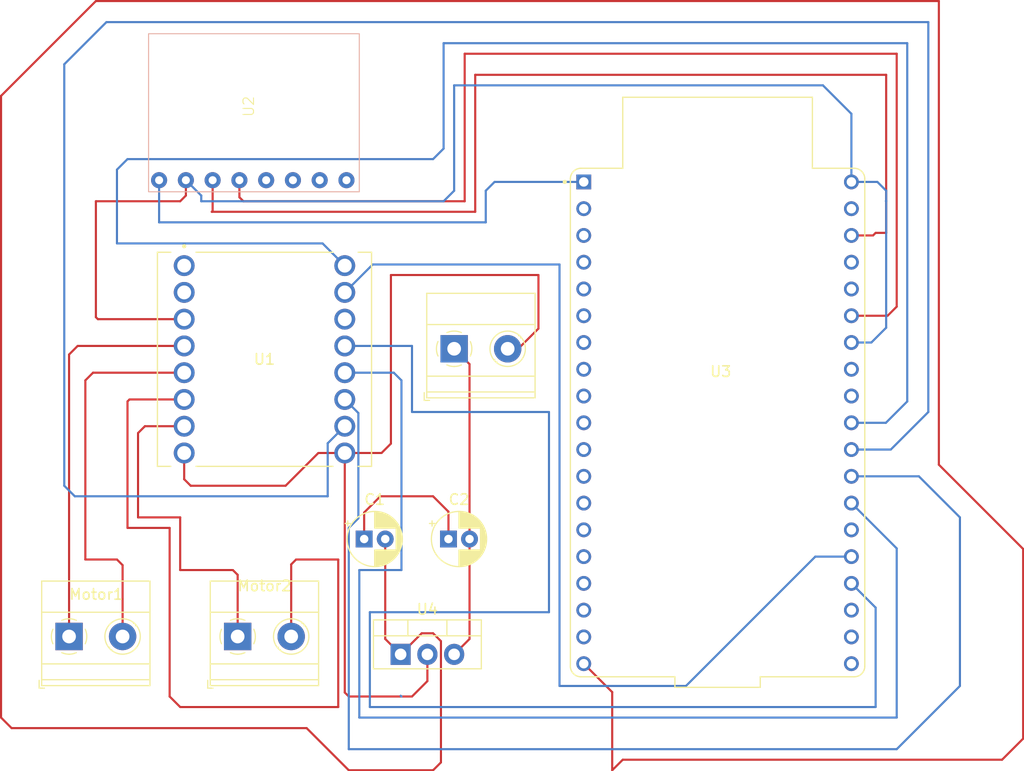
<source format=kicad_pcb>
(kicad_pcb (version 20240108) (generator "pcbnew") (generator_version "8.0")
  (layers (0 "F.Cu" signal) (31 "B.Cu" signal) (34 "B.Paste" user) (35 "F.Paste" user) (36 "B.SilkS" user "B.Silkscreen") (37 "F.SilkS" user "F.Silkscreen") (38 "B.Mask" user) (39 "F.Mask" user) (44 "Edge.Cuts" user))
  (net 0 "")
  (net 1 "Net-(U3-EXT_5V)")
  (net 2 "Net-(C1-Pad1)")
  (net 3 "Net-(U1-VM)")
  (net 4 "Net-(Motor1-Pin_1)")
  (net 5 "Net-(Motor2-Pin_1)")
  (net 6 "Net-(U2-SCL)")
  (net 7 "Net-(U2-VCC)")
  (net 9 "Net-(U2-SDA)")
  (net 11 "GND")
  (net 14 "PWMB")
  (net 15 "Net-(Motor2-Pin_2)")
  (net 16 "STBY")
  (net 18 "BI1")
  (net 19 "PWMA")
  (net 20 "Net-(Motor1-Pin_2)")
  (net 21 "AI2")
  (net 22 "AI1")
  (net 23 "BI2")
  (footprint "Package_TO_SOT_THT:TO-220-3_Vertical" (layer "F.Cu") (at 122.92 95)
    (property "Reference" "U4" (at 2.54 -4.27 0) (layer "F.SilkS"))
    (property "Value" "LM7805_TO220")
    (pad "1" thru_hole rect (at 0 0) (size 1.905 2) (drill 1.1) (layers "*.Cu" "*.Mask") (net 1 "Net-(U3-EXT_5V)"))
    (pad "2" thru_hole oval (at 2.54 0) (size 1.905 2) (drill 1.1) (layers "*.Cu" "*.Mask") (net 11 "GND"))
    (pad "3" thru_hole oval (at 5.08 0) (size 1.905 2) (drill 1.1) (layers "*.Cu" "*.Mask") (net 3 "Net-(U1-VM)"))
  )
  (footprint "libreriaA:MPU-6050" (layer "F.Cu") (at 109 43 90)
    (property "Reference" "U2" (at 0 -0.5 90) (layer "F.SilkS") (effects (font (thickness 0.1))))
    (property "Value" "~")
    (pad "1" thru_hole circle (at -7 -9 90) (size 1.524 1.524) (drill 0.762) (layers "*.Cu" "*.Mask") (net 7 "Net-(U2-VCC)"))
    (pad "2" thru_hole circle (at -7 -6.46 90) (size 1.524 1.524) (drill 0.762) (layers "*.Cu" "*.Mask") (net 11 "GND"))
    (pad "3" thru_hole circle (at -7 -3.92 90) (size 1.524 1.524) (drill 0.762) (layers "*.Cu" "*.Mask") (net 6 "Net-(U2-SCL)"))
    (pad "4" thru_hole circle (at -7 -1.38 90) (size 1.524 1.524) (drill 0.762) (layers "*.Cu" "*.Mask") (net 9 "Net-(U2-SDA)"))
    (pad "5" thru_hole circle (at -7 1.16 90) (size 1.524 1.524) (drill 0.762) (layers "*.Cu" "*.Mask"))
    (pad "6" thru_hole circle (at -7 3.7 90) (size 1.524 1.524) (drill 0.762) (layers "*.Cu" "*.Mask"))
    (pad "7" thru_hole circle (at -7 6.24 90) (size 1.524 1.524) (drill 0.762) (layers "*.Cu" "*.Mask"))
    (pad "8" thru_hole circle (at -7 8.78 90) (size 1.524 1.524) (drill 0.762) (layers "*.Cu" "*.Mask"))
  )
  (footprint "TerminalBlock_Phoenix:TerminalBlock_Phoenix_MKDS-1,5-2-5.08_1x02_P5.08mm_Horizontal" (layer "F.Cu") (at 128 66)
    (property "Reference" "pila1" (hide yes))
    (property "Value" "~")
    (pad "1" thru_hole rect (at 0 0) (size 2.6 2.6) (drill 1.3) (layers "*.Cu" "*.Mask") (net 3 "Net-(U1-VM)"))
    (pad "2" thru_hole circle (at 5.08 0) (size 2.6 2.6) (drill 1.3) (layers "*.Cu" "*.Mask") (net 11 "GND"))
  )
  (footprint "TerminalBlock_Phoenix:TerminalBlock_Phoenix_MKDS-1,5-2-5.08_1x02_P5.08mm_Horizontal" (layer "F.Cu") (at 91.455 93.305)
    (property "Reference" "Motor1" (at 2.58 -4 0) (layer "F.SilkS"))
    (property "Value" "~")
    (pad "1" thru_hole rect (at 0 0) (size 2.6 2.6) (drill 1.3) (layers "*.Cu" "*.Mask") (net 4 "Net-(Motor1-Pin_1)"))
    (pad "2" thru_hole circle (at 5.08 0) (size 2.6 2.6) (drill 1.3) (layers "*.Cu" "*.Mask") (net 20 "Net-(Motor1-Pin_2)"))
  )
  (footprint "libreriaA:MODULE_ROB-14450" (layer "F.Cu") (at 110 67)
    (property "Reference" "U1" (at 0 0 0) (layer "F.SilkS"))
    (property "Value" "ROB-14450")
    (pad "1" thru_hole circle (at -7.62 -8.89) (size 1.98 1.98) (drill 1.32) (layers "*.Cu" "*.Mask") (net 3 "Net-(U1-VM)"))
    (pad "2" thru_hole circle (at -7.62 -6.35) (size 1.98 1.98) (drill 1.32) (layers "*.Cu" "*.Mask"))
    (pad "3" thru_hole circle (at -7.62 -3.81) (size 1.98 1.98) (drill 1.32) (layers "*.Cu" "*.Mask") (net 11 "GND"))
    (pad "4" thru_hole circle (at -7.62 -1.27) (size 1.98 1.98) (drill 1.32) (layers "*.Cu" "*.Mask") (net 4 "Net-(Motor1-Pin_1)"))
    (pad "5" thru_hole circle (at -7.62 1.27) (size 1.98 1.98) (drill 1.32) (layers "*.Cu" "*.Mask") (net 20 "Net-(Motor1-Pin_2)"))
    (pad "6" thru_hole circle (at -7.62 3.81) (size 1.98 1.98) (drill 1.32) (layers "*.Cu" "*.Mask") (net 15 "Net-(Motor2-Pin_2)"))
    (pad "7" thru_hole circle (at -7.62 6.35) (size 1.98 1.98) (drill 1.32) (layers "*.Cu" "*.Mask") (net 5 "Net-(Motor2-Pin_1)"))
    (pad "8" thru_hole circle (at -7.62 8.89) (size 1.98 1.98) (drill 1.32) (layers "*.Cu" "*.Mask") (net 11 "GND"))
    (pad "9" thru_hole circle (at 7.62 8.89) (size 1.98 1.98) (drill 1.32) (layers "*.Cu" "*.Mask") (net 11 "GND"))
    (pad "10" thru_hole circle (at 7.62 6.35) (size 1.98 1.98) (drill 1.32) (layers "*.Cu" "*.Mask") (net 14 "PWMB"))
    (pad "11" thru_hole circle (at 7.62 3.81) (size 1.98 1.98) (drill 1.32) (layers "*.Cu" "*.Mask") (net 23 "BI2"))
    (pad "12" thru_hole circle (at 7.62 1.27) (size 1.98 1.98) (drill 1.32) (layers "*.Cu" "*.Mask") (net 18 "BI1"))
    (pad "13" thru_hole circle (at 7.62 -1.27) (size 1.98 1.98) (drill 1.32) (layers "*.Cu" "*.Mask") (net 16 "STBY"))
    (pad "14" thru_hole circle (at 7.62 -3.81) (size 1.98 1.98) (drill 1.32) (layers "*.Cu" "*.Mask") (net 22 "AI1"))
    (pad "15" thru_hole circle (at 7.62 -6.35) (size 1.98 1.98) (drill 1.32) (layers "*.Cu" "*.Mask") (net 21 "AI2"))
    (pad "16" thru_hole circle (at 7.62 -8.89) (size 1.98 1.98) (drill 1.32) (layers "*.Cu" "*.Mask") (net 19 "PWMA"))
  )
  (footprint "libreriaA:MODULE_ESP32-DEVKITC-32E" (layer "F.Cu") (at 153 73)
    (property "Reference" "U3" (at 0.3 -4.835 0) (layer "F.SilkS"))
    (property "Value" "ESP32-DEVKITC-32E")
    (pad "J2_1" thru_hole rect (at -12.7 -22.835) (size 1.408 1.408) (drill 0.9) (layers "*.Cu" "*.Mask") (net 7 "Net-(U2-VCC)"))
    (pad "J2_2" thru_hole circle (at -12.7 -20.295) (size 1.408 1.408) (drill 0.9) (layers "*.Cu" "*.Mask"))
    (pad "J2_3" thru_hole circle (at -12.7 -17.755) (size 1.408 1.408) (drill 0.9) (layers "*.Cu" "*.Mask"))
    (pad "J2_4" thru_hole circle (at -12.7 -15.215) (size 1.408 1.408) (drill 0.9) (layers "*.Cu" "*.Mask"))
    (pad "J2_5" thru_hole circle (at -12.7 -12.675) (size 1.408 1.408) (drill 0.9) (layers "*.Cu" "*.Mask"))
    (pad "J2_6" thru_hole circle (at -12.7 -10.135) (size 1.408 1.408) (drill 0.9) (layers "*.Cu" "*.Mask"))
    (pad "J2_7" thru_hole circle (at -12.7 -7.595) (size 1.408 1.408) (drill 0.9) (layers "*.Cu" "*.Mask"))
    (pad "J2_8" thru_hole circle (at -12.7 -5.055) (size 1.408 1.408) (drill 0.9) (layers "*.Cu" "*.Mask"))
    (pad "J2_9" thru_hole circle (at -12.7 -2.515) (size 1.408 1.408) (drill 0.9) (layers "*.Cu" "*.Mask"))
    (pad "J2_10" thru_hole circle (at -12.7 0.025) (size 1.408 1.408) (drill 0.9) (layers "*.Cu" "*.Mask"))
    (pad "J2_11" thru_hole circle (at -12.7 2.565) (size 1.408 1.408) (drill 0.9) (layers "*.Cu" "*.Mask"))
    (pad "J2_12" thru_hole circle (at -12.7 5.105) (size 1.408 1.408) (drill 0.9) (layers "*.Cu" "*.Mask"))
    (pad "J2_13" thru_hole circle (at -12.7 7.645) (size 1.408 1.408) (drill 0.9) (layers "*.Cu" "*.Mask"))
    (pad "J2_14" thru_hole circle (at -12.7 10.185) (size 1.408 1.408) (drill 0.9) (layers "*.Cu" "*.Mask"))
    (pad "J2_15" thru_hole circle (at -12.7 12.725) (size 1.408 1.408) (drill 0.9) (layers "*.Cu" "*.Mask"))
    (pad "J2_16" thru_hole circle (at -12.7 15.265) (size 1.408 1.408) (drill 0.9) (layers "*.Cu" "*.Mask"))
    (pad "J2_17" thru_hole circle (at -12.7 17.805) (size 1.408 1.408) (drill 0.9) (layers "*.Cu" "*.Mask"))
    (pad "J2_18" thru_hole circle (at -12.7 20.345) (size 1.408 1.408) (drill 0.9) (layers "*.Cu" "*.Mask"))
    (pad "J2_19" thru_hole circle (at -12.7 22.885) (size 1.408 1.408) (drill 0.9) (layers "*.Cu" "*.Mask") (net 1 "Net-(U3-EXT_5V)"))
    (pad "J3_1" thru_hole circle (at 12.7 -22.835) (size 1.408 1.408) (drill 0.9) (layers "*.Cu" "*.Mask") (net 11 "GND"))
    (pad "J3_2" thru_hole circle (at 12.7 -20.295) (size 1.408 1.408) (drill 0.9) (layers "*.Cu" "*.Mask"))
    (pad "J3_3" thru_hole circle (at 12.7 -17.755) (size 1.408 1.408) (drill 0.9) (layers "*.Cu" "*.Mask") (net 6 "Net-(U2-SCL)"))
    (pad "J3_4" thru_hole circle (at 12.7 -15.215) (size 1.408 1.408) (drill 0.9) (layers "*.Cu" "*.Mask"))
    (pad "J3_5" thru_hole circle (at 12.7 -12.675) (size 1.408 1.408) (drill 0.9) (layers "*.Cu" "*.Mask"))
    (pad "J3_6" thru_hole circle (at 12.7 -10.135) (size 1.408 1.408) (drill 0.9) (layers "*.Cu" "*.Mask") (net 9 "Net-(U2-SDA)"))
    (pad "J3_7" thru_hole circle (at 12.7 -7.595) (size 1.408 1.408) (drill 0.9) (layers "*.Cu" "*.Mask") (net 11 "GND"))
    (pad "J3_8" thru_hole circle (at 12.7 -5.055) (size 1.408 1.408) (drill 0.9) (layers "*.Cu" "*.Mask"))
    (pad "J3_9" thru_hole circle (at 12.7 -2.515) (size 1.408 1.408) (drill 0.9) (layers "*.Cu" "*.Mask"))
    (pad "J3_10" thru_hole circle (at 12.7 0.025) (size 1.408 1.408) (drill 0.9) (layers "*.Cu" "*.Mask") (net 19 "PWMA"))
    (pad "J3_11" thru_hole circle (at 12.7 2.565) (size 1.408 1.408) (drill 0.9) (layers "*.Cu" "*.Mask") (net 14 "PWMB"))
    (pad "J3_12" thru_hole circle (at 12.7 5.105) (size 1.408 1.408) (drill 0.9) (layers "*.Cu" "*.Mask") (net 23 "BI2"))
    (pad "J3_13" thru_hole circle (at 12.7 7.645) (size 1.408 1.408) (drill 0.9) (layers "*.Cu" "*.Mask") (net 18 "BI1"))
    (pad "J3_14" thru_hole circle (at 12.7 10.185) (size 1.408 1.408) (drill 0.9) (layers "*.Cu" "*.Mask") (net 22 "AI1"))
    (pad "J3_15" thru_hole circle (at 12.7 12.725) (size 1.408 1.408) (drill 0.9) (layers "*.Cu" "*.Mask") (net 21 "AI2"))
    (pad "J3_16" thru_hole circle (at 12.7 15.265) (size 1.408 1.408) (drill 0.9) (layers "*.Cu" "*.Mask") (net 16 "STBY"))
    (pad "J3_17" thru_hole circle (at 12.7 17.805) (size 1.408 1.408) (drill 0.9) (layers "*.Cu" "*.Mask"))
    (pad "J3_18" thru_hole circle (at 12.7 20.345) (size 1.408 1.408) (drill 0.9) (layers "*.Cu" "*.Mask"))
    (pad "J3_19" thru_hole circle (at 12.7 22.885) (size 1.408 1.408) (drill 0.9) (layers "*.Cu" "*.Mask"))
  )
  (footprint "TerminalBlock_Phoenix:TerminalBlock_Phoenix_MKDS-1,5-2-5.08_1x02_P5.08mm_Horizontal" (layer "F.Cu") (at 107.455 93.305)
    (property "Reference" "Motor2" (at 2.545 -4.805 0) (layer "F.SilkS"))
    (property "Value" "~")
    (pad "1" thru_hole rect (at 0 0) (size 2.6 2.6) (drill 1.3) (layers "*.Cu" "*.Mask") (net 5 "Net-(Motor2-Pin_1)"))
    (pad "2" thru_hole circle (at 5.08 0) (size 2.6 2.6) (drill 1.3) (layers "*.Cu" "*.Mask") (net 15 "Net-(Motor2-Pin_2)"))
  )
  (footprint "Capacitor_THT:CP_Radial_D5.0mm_P2.00mm" (layer "F.Cu") (at 119.46 84.055)
    (property "Reference" "C1" (at 1 -3.75 0) (layer "F.SilkS"))
    (property "Value" "0.22 uf")
    (pad "1" thru_hole rect (at 0 0) (size 1.6 1.6) (drill 0.8) (layers "*.Cu" "*.Mask") (net 2 "Net-(C1-Pad1)"))
    (pad "2" thru_hole circle (at 2 0) (size 1.6 1.6) (drill 0.8) (layers "*.Cu" "*.Mask") (net 1 "Net-(U3-EXT_5V)"))
  )
  (footprint "Capacitor_THT:CP_Radial_D5.0mm_P2.00mm" (layer "F.Cu") (at 127.46 84.055)
    (property "Reference" "C2" (at 1 -3.75 0) (layer "F.SilkS"))
    (property "Value" "0.1 uf")
    (pad "1" thru_hole rect (at 0 0) (size 1.6 1.6) (drill 0.8) (layers "*.Cu" "*.Mask") (net 2 "Net-(C1-Pad1)"))
    (pad "2" thru_hole circle (at 2 0) (size 1.6 1.6) (drill 0.8) (layers "*.Cu" "*.Mask") (net 3 "Net-(U1-VM)"))
  )
  (segment (start 118 106) (end 114 102) (width 0.2) (layer "F.Cu") (net 1))
  (segment (start 121.46 84.055) (end 121.46 93.54) (width 0.2) (layer "F.Cu") (net 1))
  (segment (start 180 105) (end 144 105) (width 0.2) (layer "F.Cu") (net 1))
  (segment (start 121.46 93.54) (end 122.92 95) (width 0.2) (layer "F.Cu") (net 1))
  (segment (start 143 98.585) (end 140.3 95.885) (width 0.2) (layer "F.Cu") (net 1))
  (segment (start 122.92 95) (end 124.92 93) (width 0.2) (layer "F.Cu") (net 1))
  (segment (start 124.92 93) (end 126 93) (width 0.2) (layer "F.Cu") (net 1))
  (segment (start 86 102) (end 85 101) (width 0.2) (layer "F.Cu") (net 1))
  (segment (start 85 42) (end 94 33) (width 0.2) (layer "F.Cu") (net 1))
  (segment (start 182 103) (end 180 105) (width 0.2) (layer "F.Cu") (net 1))
  (segment (start 174 33) (end 174 77) (width 0.2) (layer "F.Cu") (net 1))
  (segment (start 174 77) (end 182 85) (width 0.2) (layer "F.Cu") (net 1))
  (segment (start 126 93) (end 126.7475 93.7475) (width 0.2) (layer "F.Cu") (net 1))
  (segment (start 182 85) (end 182 103) (width 0.2) (layer "F.Cu") (net 1))
  (segment (start 143 106) (end 143 98.585) (width 0.2) (layer "F.Cu") (net 1))
  (segment (start 114 102) (end 86 102) (width 0.2) (layer "F.Cu") (net 1))
  (segment (start 144 105) (end 143 106) (width 0.2) (layer "F.Cu") (net 1))
  (segment (start 126.7475 93.7475) (end 126.7475 105.2525) (width 0.2) (layer "F.Cu") (net 1))
  (segment (start 126 106) (end 118 106) (width 0.2) (layer "F.Cu") (net 1))
  (segment (start 94 33) (end 174 33) (width 0.2) (layer "F.Cu") (net 1))
  (segment (start 85 101) (end 85 42) (width 0.2) (layer "F.Cu") (net 1))
  (segment (start 126.7475 105.2525) (end 126 106) (width 0.2) (layer "F.Cu") (net 1))
  (segment (start 122.92 98.92) (end 123 99) (width 0.2) (layer "B.Cu") (net 1))
  (segment (start 123 95) (end 122.92 95) (width 0.2) (layer "B.Cu") (net 1))
  (segment (start 121 80) (end 126 80) (width 0.2) (layer "F.Cu") (net 2))
  (segment (start 126 80) (end 127.46 81.46) (width 0.2) (layer "F.Cu") (net 2))
  (segment (start 127.46 81.46) (end 127.46 84.055) (width 0.2) (layer "F.Cu") (net 2))
  (segment (start 119.46 84.055) (end 119.46 81.54) (width 0.2) (layer "F.Cu") (net 2))
  (segment (start 119.46 81.54) (end 121 80) (width 0.2) (layer "F.Cu") (net 2))
  (segment (start 129.46 67.46) (end 129.46 84.055) (width 0.2) (layer "F.Cu") (net 3))
  (segment (start 129.46 93.54) (end 128 95) (width 0.2) (layer "F.Cu") (net 3))
  (segment (start 129 67) (end 129.46 67.46) (width 0.2) (layer "F.Cu") (net 3))
  (segment (start 129.46 84.055) (end 129.46 93.54) (width 0.2) (layer "F.Cu") (net 3))
  (segment (start 129 66) (end 129 67) (width 0.2) (layer "F.Cu") (net 3))
  (segment (start 92.27 65.73) (end 102.38 65.73) (width 0.2) (layer "F.Cu") (net 4))
  (segment (start 91.455 66.545) (end 92.27 65.73) (width 0.2) (layer "F.Cu") (net 4))
  (segment (start 91.455 93.305) (end 91.455 66.545) (width 0.2) (layer "F.Cu") (net 4))
  (segment (start 102 87) (end 102 82) (width 0.2) (layer "F.Cu") (net 5))
  (segment (start 98 82) (end 98 74) (width 0.2) (layer "F.Cu") (net 5))
  (segment (start 107.455 87.455) (end 107 87) (width 0.2) (layer "F.Cu") (net 5))
  (segment (start 98 74) (end 98.65 73.35) (width 0.2) (layer "F.Cu") (net 5))
  (segment (start 98.65 73.35) (end 102.38 73.35) (width 0.2) (layer "F.Cu") (net 5))
  (segment (start 102 82) (end 98 82) (width 0.2) (layer "F.Cu") (net 5))
  (segment (start 107 87) (end 102 87) (width 0.2) (layer "F.Cu") (net 5))
  (segment (start 107.455 93.305) (end 107.455 87.455) (width 0.2) (layer "F.Cu") (net 5))
  (segment (start 130 40) (end 169 40) (width 0.2) (layer "F.Cu") (net 6))
  (segment (start 168 55) (end 167.755 55.245) (width 0.2) (layer "F.Cu") (net 6))
  (segment (start 169 55) (end 168 55) (width 0.2) (layer "F.Cu") (net 6))
  (segment (start 105.08 50) (end 105.08 52.92) (width 0.2) (layer "F.Cu") (net 6))
  (segment (start 169 40) (end 169 55) (width 0.2) (layer "F.Cu") (net 6))
  (segment (start 130 53) (end 130 40) (width 0.2) (layer "F.Cu") (net 6))
  (segment (start 105.08 52.92) (end 105 53) (width 0.2) (layer "F.Cu") (net 6))
  (segment (start 105 53) (end 130 53) (width 0.2) (layer "F.Cu") (net 6))
  (segment (start 167.755 55.245) (end 165.7 55.245) (width 0.2) (layer "F.Cu") (net 6))
  (segment (start 100 50) (end 100 54) (width 0.2) (layer "B.Cu") (net 7))
  (segment (start 131 51) (end 131.835 50.165) (width 0.2) (layer "B.Cu") (net 7))
  (segment (start 100 54) (end 131 54) (width 0.2) (layer "B.Cu") (net 7))
  (segment (start 131.835 50.165) (end 140.3 50.165) (width 0.2) (layer "B.Cu") (net 7))
  (segment (start 131 54) (end 131 51) (width 0.2) (layer "B.Cu") (net 7))
  (segment (start 107.62 50) (end 107.62 51.62) (width 0.2) (layer "F.Cu") (net 9))
  (segment (start 170 38) (end 170 62) (width 0.2) (layer "F.Cu") (net 9))
  (segment (start 170 62) (end 169.135 62.865) (width 0.2) (layer "F.Cu") (net 9))
  (segment (start 107.62 51.62) (end 108 52) (width 0.2) (layer "F.Cu") (net 9))
  (segment (start 129 52) (end 129 38) (width 0.2) (layer "F.Cu") (net 9))
  (segment (start 169.135 62.865) (end 165.7 62.865) (width 0.2) (layer "F.Cu") (net 9))
  (segment (start 108 52) (end 129 52) (width 0.2) (layer "F.Cu") (net 9))
  (segment (start 129 38) (end 170 38) (width 0.2) (layer "F.Cu") (net 9))
  (segment (start 125.46 95) (end 125.46 97.54) (width 0.2) (layer "F.Cu") (net 11))
  (segment (start 121.11 75.89) (end 117.62 75.89) (width 0.2) (layer "F.Cu") (net 11))
  (segment (start 122 59) (end 122 75) (width 0.2) (layer "F.Cu") (net 11))
  (segment (start 103 79) (end 112 79) (width 0.2) (layer "F.Cu") (net 11))
  (segment (start 102.54 50) (end 102.54 51.46) (width 0.2) (layer "F.Cu") (net 11))
  (segment (start 102.38 78.38) (end 103 79) (width 0.2) (layer "F.Cu") (net 11))
  (segment (start 94 63) (end 94.19 63.19) (width 0.2) (layer "F.Cu") (net 11))
  (segment (start 124 99) (end 118 99) (width 0.2) (layer "F.Cu") (net 11))
  (segment (start 102 52) (end 94 52) (width 0.2) (layer "F.Cu") (net 11))
  (segment (start 102.54 51.46) (end 102 52) (width 0.2) (layer "F.Cu") (net 11))
  (segment (start 112 79) (end 115.11 75.89) (width 0.2) (layer "F.Cu") (net 11))
  (segment (start 125.46 97.54) (end 124 99) (width 0.2) (layer "F.Cu") (net 11))
  (segment (start 134.08 66) (end 136 64.08) (width 0.2) (layer "F.Cu") (net 11))
  (segment (start 117.62 98.62) (end 117.62 75.89) (width 0.2) (layer "F.Cu") (net 11))
  (segment (start 118 99) (end 117.62 98.62) (width 0.2) (layer "F.Cu") (net 11))
  (segment (start 136 59) (end 122 59) (width 0.2) (layer "F.Cu") (net 11))
  (segment (start 94.19 63.19) (end 102.38 63.19) (width 0.2) (layer "F.Cu") (net 11))
  (segment (start 102.38 75.89) (end 102.38 78.38) (width 0.2) (layer "F.Cu") (net 11))
  (segment (start 115.11 75.89) (end 117.62 75.89) (width 0.2) (layer "F.Cu") (net 11))
  (segment (start 136 64.08) (end 136 59) (width 0.2) (layer "F.Cu") (net 11))
  (segment (start 122 75) (end 121.11 75.89) (width 0.2) (layer "F.Cu") (net 11))
  (segment (start 94 52) (end 94 63) (width 0.2) (layer "F.Cu") (net 11))
  (segment (start 127 52) (end 104 52) (width 0.2) (layer "B.Cu") (net 11))
  (segment (start 165.7 50.165) (end 165.7 43.7) (width 0.2) (layer "B.Cu") (net 11))
  (segment (start 169 64) (end 169 52.004731) (width 0.2) (layer "B.Cu") (net 11))
  (segment (start 128 51) (end 127 52) (width 0.2) (layer "B.Cu") (net 11))
  (segment (start 165.7 43.7) (end 163 41) (width 0.2) (layer "B.Cu") (net 11))
  (segment (start 163 41) (end 128 41) (width 0.2) (layer "B.Cu") (net 11))
  (segment (start 167.595 65.405) (end 169 64) (width 0.2) (layer "B.Cu") (net 11))
  (segment (start 165.7 65.405) (end 167.595 65.405) (width 0.2) (layer "B.Cu") (net 11))
  (segment (start 169 52.004731) (end 168.975255 51.979986) (width 0.2) (layer "B.Cu") (net 11))
  (segment (start 168.975255 51.979986) (end 169 51.955241) (width 0.2) (layer "B.Cu") (net 11))
  (segment (start 104 52) (end 104 51.46) (width 0.2) (layer "B.Cu") (net 11))
  (segment (start 128 41) (end 128 51) (width 0.2) (layer "B.Cu") (net 11))
  (segment (start 104 51.46) (end 102.54 50) (width 0.2) (layer "B.Cu") (net 11))
  (segment (start 169 51.955241) (end 169 51) (width 0.2) (layer "B.Cu") (net 11))
  (segment (start 169 51) (end 168.165 50.165) (width 0.2) (layer "B.Cu") (net 11))
  (segment (start 168.165 50.165) (end 165.7 50.165) (width 0.2) (layer "B.Cu") (net 11))
  (segment (start 173 72) (end 173 35) (width 0.2) (layer "B.Cu") (net 14))
  (segment (start 91 39) (end 91 79) (width 0.2) (layer "B.Cu") (net 14))
  (segment (start 95 35) (end 91 39) (width 0.2) (layer "B.Cu") (net 14))
  (segment (start 116 74.97) (end 117.62 73.35) (width 0.2) (layer "B.Cu") (net 14))
  (segment (start 91 79) (end 92 80) (width 0.2) (layer "B.Cu") (net 14))
  (segment (start 92 80) (end 116 80) (width 0.2) (layer "B.Cu") (net 14))
  (segment (start 116 80) (end 116 74.97) (width 0.2) (layer "B.Cu") (net 14))
  (segment (start 169.435 75.565) (end 173 72) (width 0.2) (layer "B.Cu") (net 14))
  (segment (start 165.7 75.565) (end 169.435 75.565) (width 0.2) (layer "B.Cu") (net 14))
  (segment (start 173 35) (end 95 35) (width 0.2) (layer "B.Cu") (net 14))
  (segment (start 117 100) (end 102 100) (width 0.2) (layer "F.Cu") (net 15))
  (segment (start 113 86) (end 117 86) (width 0.2) (layer "F.Cu") (net 15))
  (segment (start 97 71) (end 97.19 70.81) (width 0.2) (layer "F.Cu") (net 15))
  (segment (start 102 100) (end 101 99) (width 0.2) (layer "F.Cu") (net 15))
  (segment (start 112.535 86.465) (end 113 86) (width 0.2) (layer "F.Cu") (net 15))
  (segment (start 117 86) (end 117 100) (width 0.2) (layer "F.Cu") (net 15))
  (segment (start 97.19 70.81) (end 102.38 70.81) (width 0.2) (layer "F.Cu") (net 15))
  (segment (start 101 83) (end 97 83) (width 0.2) (layer "F.Cu") (net 15))
  (segment (start 97 83) (end 97 71) (width 0.2) (layer "F.Cu") (net 15))
  (segment (start 112.535 93.305) (end 112.535 86.465) (width 0.2) (layer "F.Cu") (net 15))
  (segment (start 101 99) (end 101 83) (width 0.2) (layer "F.Cu") (net 15))
  (segment (start 168 90.565) (end 165.7 88.265) (width 0.2) (layer "B.Cu") (net 16))
  (segment (start 137 91) (end 120 91) (width 0.2) (layer "B.Cu") (net 16))
  (segment (start 168 100) (end 168 90.565) (width 0.2) (layer "B.Cu") (net 16))
  (segment (start 137 72) (end 137 91) (width 0.2) (layer "B.Cu") (net 16))
  (segment (start 124 72) (end 137 72) (width 0.2) (layer "B.Cu") (net 16))
  (segment (start 120 91) (end 120 100) (width 0.2) (layer "B.Cu") (net 16))
  (segment (start 120 100) (end 168 100) (width 0.2) (layer "B.Cu") (net 16))
  (segment (start 117.62 65.73) (end 124 65.73) (width 0.2) (layer "B.Cu") (net 16))
  (segment (start 124 65.73) (end 124 72) (width 0.2) (layer "B.Cu") (net 16))
  (segment (start 117.62 68.27) (end 122.27 68.27) (width 0.2) (layer "B.Cu") (net 18))
  (segment (start 122.27 68.27) (end 123 69) (width 0.2) (layer "B.Cu") (net 18))
  (segment (start 119 101) (end 170 101) (width 0.2) (layer "B.Cu") (net 18))
  (segment (start 170 84.945) (end 165.7 80.645) (width 0.2) (layer "B.Cu") (net 18))
  (segment (start 123 69) (end 123 87) (width 0.2) (layer "B.Cu") (net 18))
  (segment (start 119 87) (end 119 101) (width 0.2) (layer "B.Cu") (net 18))
  (segment (start 170 101) (end 170 84.945) (width 0.2) (layer "B.Cu") (net 18))
  (segment (start 123 87) (end 119 87) (width 0.2) (layer "B.Cu") (net 18))
  (segment (start 96 49) (end 97 48) (width 0.2) (layer "B.Cu") (net 19))
  (segment (start 126 48) (end 127 47) (width 0.2) (layer "B.Cu") (net 19))
  (segment (start 168.975 73.025) (end 165.7 73.025) (width 0.2) (layer "B.Cu") (net 19))
  (segment (start 127 47) (end 127 37) (width 0.2) (layer "B.Cu") (net 19))
  (segment (start 171 37) (end 171 71) (width 0.2) (layer "B.Cu") (net 19))
  (segment (start 117.62 58.11) (end 115.51 56) (width 0.2) (layer "B.Cu") (net 19))
  (segment (start 97 48) (end 126 48) (width 0.2) (layer "B.Cu") (net 19))
  (segment (start 96 56) (end 96 49) (width 0.2) (layer "B.Cu") (net 19))
  (segment (start 127 37) (end 171 37) (width 0.2) (layer "B.Cu") (net 19))
  (segment (start 115.51 56) (end 96 56) (width 0.2) (layer "B.Cu") (net 19))
  (segment (start 171 71) (end 168.975 73.025) (width 0.2) (layer "B.Cu") (net 19))
  (segment (start 96 86) (end 93 86) (width 0.2) (layer "F.Cu") (net 20))
  (segment (start 96.535 86.535) (end 96 86) (width 0.2) (layer "F.Cu") (net 20))
  (segment (start 93 86) (end 93 69) (width 0.2) (layer "F.Cu") (net 20))
  (segment (start 96.535 93.305) (end 96.535 86.535) (width 0.2) (layer "F.Cu") (net 20))
  (segment (start 93.73 68.27) (end 102.38 68.27) (width 0.2) (layer "F.Cu") (net 20))
  (segment (start 93 69) (end 93.73 68.27) (width 0.2) (layer "F.Cu") (net 20))
  (segment (start 117.97 61) (end 117.62 60.65) (width 0.2) (layer "F.Cu") (net 21))
  (segment (start 117.97 61) (end 118 61) (width 0.2) (layer "F.Cu") (net 21))
  (segment (start 138 58) (end 138 98) (width 0.2) (layer "B.Cu") (net 21))
  (segment (start 120.27 58) (end 138 58) (width 0.2) (layer "B.Cu") (net 21))
  (segment (start 150 98) (end 162.275 85.725) (width 0.2) (layer "B.Cu") (net 21))
  (segment (start 138 98) (end 150 98) (width 0.2) (layer "B.Cu") (net 21))
  (segment (start 162.275 85.725) (end 165.7 85.725) (width 0.2) (layer "B.Cu") (net 21))
  (segment (start 118 60.27) (end 117.62 60.65) (width 0.2) (layer "B.Cu") (net 21))
  (segment (start 117.62 60.65) (end 120.27 58) (width 0.2) (layer "B.Cu") (net 21))
  (segment (start 118 60.27) (end 118 60) (width 0.2) (layer "B.Cu") (net 21))
  (segment (start 172.105 78.105) (end 165.7 78.105) (width 0.2) (layer "B.Cu") (net 23))
  (segment (start 166 78) (end 165.895 78.105) (width 0.2) (layer "B.Cu") (net 23))
  (segment (start 117.62 70.81) (end 118.91 72.1) (width 0.2) (layer "B.Cu") (net 23))
  (segment (start 170 104) (end 176 98) (width 0.2) (layer "B.Cu") (net 23))
  (segment (start 176 98) (end 176 82) (width 0.2) (layer "B.Cu") (net 23))
  (segment (start 118.91 82.09) (end 118 83) (width 0.2) (layer "B.Cu") (net 23))
  (segment (start 165.895 78.105) (end 165.7 78.105) (width 0.2) (layer "B.Cu") (net 23))
  (segment (start 118 104) (end 170 104) (width 0.2) (layer "B.Cu") (net 23))
  (segment (start 118.91 72.1) (end 118.91 82.09) (width 0.2) (layer "B.Cu") (net 23))
  (segment (start 176 82) (end 172.105 78.105) (width 0.2) (layer "B.Cu") (net 23))
  (segment (start 118 83) (end 118 104) (width 0.2) (layer "B.Cu") (net 23))
)
</source>
